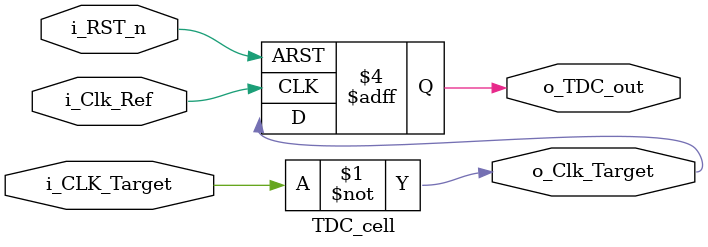
<source format=v>

`timescale 1ps / 100fs

module TDC_48steps_65(
input wire i_CLK_Target,
input wire i_Clk_Ref,
input wire i_RST_n,
output wire [47:0] o_TDC_out
);

/////////////////// Declare wires between cells ///////////////////
wire [47:0]w_Clk_Conn;

TDC_cell U0(
.i_CLK_Target(i_CLK_Target),
.i_Clk_Ref(i_Clk_Ref),
.i_RST_n(i_RST_n),
.o_Clk_Target(w_Clk_Conn[0]),
.o_TDC_out(o_TDC_out[0])
);

TDC_cell U1(
.i_CLK_Target(w_Clk_Conn[0]),
.i_Clk_Ref(i_Clk_Ref),
.i_RST_n(i_RST_n),
.o_Clk_Target(w_Clk_Conn[1]),
.o_TDC_out(o_TDC_out[1])
);

TDC_cell U2(
.i_CLK_Target(w_Clk_Conn[1]),
.i_Clk_Ref(i_Clk_Ref),
.i_RST_n(i_RST_n),
.o_Clk_Target(w_Clk_Conn[2]),
.o_TDC_out(o_TDC_out[2])
);

TDC_cell U3(
.i_CLK_Target(w_Clk_Conn[2]),
.i_Clk_Ref(i_Clk_Ref),
.i_RST_n(i_RST_n),
.o_Clk_Target(w_Clk_Conn[3]),
.o_TDC_out(o_TDC_out[3])
);

TDC_cell U4(
.i_CLK_Target(w_Clk_Conn[3]),
.i_Clk_Ref(i_Clk_Ref),
.i_RST_n(i_RST_n),
.o_Clk_Target(w_Clk_Conn[4]),
.o_TDC_out(o_TDC_out[4])
);

TDC_cell U5(
.i_CLK_Target(w_Clk_Conn[4]),
.i_Clk_Ref(i_Clk_Ref),
.i_RST_n(i_RST_n),
.o_Clk_Target(w_Clk_Conn[5]),
.o_TDC_out(o_TDC_out[5])
);

TDC_cell U6(
.i_CLK_Target(w_Clk_Conn[5]),
.i_Clk_Ref(i_Clk_Ref),
.i_RST_n(i_RST_n),
.o_Clk_Target(w_Clk_Conn[6]),
.o_TDC_out(o_TDC_out[6])
);

TDC_cell U7(
.i_CLK_Target(w_Clk_Conn[6]),
.i_Clk_Ref(i_Clk_Ref),
.i_RST_n(i_RST_n),
.o_Clk_Target(w_Clk_Conn[7]),
.o_TDC_out(o_TDC_out[7])
);

TDC_cell U8(
.i_CLK_Target(w_Clk_Conn[7]),
.i_Clk_Ref(i_Clk_Ref),
.i_RST_n(i_RST_n),
.o_Clk_Target(w_Clk_Conn[8]),
.o_TDC_out(o_TDC_out[8])
);

TDC_cell U9(
.i_CLK_Target(w_Clk_Conn[8]),
.i_Clk_Ref(i_Clk_Ref),
.i_RST_n(i_RST_n),
.o_Clk_Target(w_Clk_Conn[9]),
.o_TDC_out(o_TDC_out[9])
);

TDC_cell U10(
.i_CLK_Target(w_Clk_Conn[9]),
.i_Clk_Ref(i_Clk_Ref),
.i_RST_n(i_RST_n),
.o_Clk_Target(w_Clk_Conn[10]),
.o_TDC_out(o_TDC_out[10])
);

TDC_cell U11(
.i_CLK_Target(w_Clk_Conn[10]),
.i_Clk_Ref(i_Clk_Ref),
.i_RST_n(i_RST_n),
.o_Clk_Target(w_Clk_Conn[11]),
.o_TDC_out(o_TDC_out[11])
);

TDC_cell U12(
.i_CLK_Target(w_Clk_Conn[11]),
.i_Clk_Ref(i_Clk_Ref),
.i_RST_n(i_RST_n),
.o_Clk_Target(w_Clk_Conn[12]),
.o_TDC_out(o_TDC_out[12])
);

TDC_cell U13(
.i_CLK_Target(w_Clk_Conn[12]),
.i_Clk_Ref(i_Clk_Ref),
.i_RST_n(i_RST_n),
.o_Clk_Target(w_Clk_Conn[13]),
.o_TDC_out(o_TDC_out[13])
);

TDC_cell U14(
.i_CLK_Target(w_Clk_Conn[13]),
.i_Clk_Ref(i_Clk_Ref),
.i_RST_n(i_RST_n),
.o_Clk_Target(w_Clk_Conn[14]),
.o_TDC_out(o_TDC_out[14])
);

TDC_cell U15(
.i_CLK_Target(w_Clk_Conn[14]),
.i_Clk_Ref(i_Clk_Ref),
.i_RST_n(i_RST_n),
.o_Clk_Target(w_Clk_Conn[15]),
.o_TDC_out(o_TDC_out[15])
);

TDC_cell U16(
.i_CLK_Target(w_Clk_Conn[15]),
.i_Clk_Ref(i_Clk_Ref),
.i_RST_n(i_RST_n),
.o_Clk_Target(w_Clk_Conn[16]),
.o_TDC_out(o_TDC_out[16])
);

TDC_cell U17(
.i_CLK_Target(w_Clk_Conn[16]),
.i_Clk_Ref(i_Clk_Ref),
.i_RST_n(i_RST_n),
.o_Clk_Target(w_Clk_Conn[17]),
.o_TDC_out(o_TDC_out[17])
);

TDC_cell U18(
.i_CLK_Target(w_Clk_Conn[17]),
.i_Clk_Ref(i_Clk_Ref),
.i_RST_n(i_RST_n),
.o_Clk_Target(w_Clk_Conn[18]),
.o_TDC_out(o_TDC_out[18])
);

TDC_cell U19(
.i_CLK_Target(w_Clk_Conn[18]),
.i_Clk_Ref(i_Clk_Ref),
.i_RST_n(i_RST_n),
.o_Clk_Target(w_Clk_Conn[19]),
.o_TDC_out(o_TDC_out[19])
);

TDC_cell U20(
.i_CLK_Target(w_Clk_Conn[19]),
.i_Clk_Ref(i_Clk_Ref),
.i_RST_n(i_RST_n),
.o_Clk_Target(w_Clk_Conn[20]),
.o_TDC_out(o_TDC_out[20])
);

TDC_cell U21(
.i_CLK_Target(w_Clk_Conn[20]),
.i_Clk_Ref(i_Clk_Ref),
.i_RST_n(i_RST_n),
.o_Clk_Target(w_Clk_Conn[21]),
.o_TDC_out(o_TDC_out[21])
);

TDC_cell U22(
.i_CLK_Target(w_Clk_Conn[21]),
.i_Clk_Ref(i_Clk_Ref),
.i_RST_n(i_RST_n),
.o_Clk_Target(w_Clk_Conn[22]),
.o_TDC_out(o_TDC_out[22])
);

TDC_cell U23(
.i_CLK_Target(w_Clk_Conn[22]),
.i_Clk_Ref(i_Clk_Ref),
.i_RST_n(i_RST_n),
.o_Clk_Target(w_Clk_Conn[23]),
.o_TDC_out(o_TDC_out[23])
);

TDC_cell U24(
.i_CLK_Target(w_Clk_Conn[23]),
.i_Clk_Ref(i_Clk_Ref),
.i_RST_n(i_RST_n),
.o_Clk_Target(w_Clk_Conn[24]),
.o_TDC_out(o_TDC_out[24])
);

TDC_cell U25(
.i_CLK_Target(w_Clk_Conn[24]),
.i_Clk_Ref(i_Clk_Ref),
.i_RST_n(i_RST_n),
.o_Clk_Target(w_Clk_Conn[25]),
.o_TDC_out(o_TDC_out[25])
);

TDC_cell U26(
.i_CLK_Target(w_Clk_Conn[25]),
.i_Clk_Ref(i_Clk_Ref),
.i_RST_n(i_RST_n),
.o_Clk_Target(w_Clk_Conn[26]),
.o_TDC_out(o_TDC_out[26])
);

TDC_cell U27(
.i_CLK_Target(w_Clk_Conn[26]),
.i_Clk_Ref(i_Clk_Ref),
.i_RST_n(i_RST_n),
.o_Clk_Target(w_Clk_Conn[27]),
.o_TDC_out(o_TDC_out[27])
);

TDC_cell U28(
.i_CLK_Target(w_Clk_Conn[27]),
.i_Clk_Ref(i_Clk_Ref),
.i_RST_n(i_RST_n),
.o_Clk_Target(w_Clk_Conn[28]),
.o_TDC_out(o_TDC_out[28])
);

TDC_cell U29(
.i_CLK_Target(w_Clk_Conn[28]),
.i_Clk_Ref(i_Clk_Ref),
.i_RST_n(i_RST_n),
.o_Clk_Target(w_Clk_Conn[29]),
.o_TDC_out(o_TDC_out[29])
);

TDC_cell U30(
.i_CLK_Target(w_Clk_Conn[29]),
.i_Clk_Ref(i_Clk_Ref),
.i_RST_n(i_RST_n),
.o_Clk_Target(w_Clk_Conn[30]),
.o_TDC_out(o_TDC_out[30])
);

TDC_cell U31(
.i_CLK_Target(w_Clk_Conn[30]),
.i_Clk_Ref(i_Clk_Ref),
.i_RST_n(i_RST_n),
.o_Clk_Target(w_Clk_Conn[31]),
.o_TDC_out(o_TDC_out[31])
);

TDC_cell U32(
.i_CLK_Target(w_Clk_Conn[31]),
.i_Clk_Ref(i_Clk_Ref),
.i_RST_n(i_RST_n),
.o_Clk_Target(w_Clk_Conn[32]),
.o_TDC_out(o_TDC_out[32])
);

TDC_cell U33(
.i_CLK_Target(w_Clk_Conn[32]),
.i_Clk_Ref(i_Clk_Ref),
.i_RST_n(i_RST_n),
.o_Clk_Target(w_Clk_Conn[33]),
.o_TDC_out(o_TDC_out[33])
);

TDC_cell U34(
.i_CLK_Target(w_Clk_Conn[33]),
.i_Clk_Ref(i_Clk_Ref),
.i_RST_n(i_RST_n),
.o_Clk_Target(w_Clk_Conn[34]),
.o_TDC_out(o_TDC_out[34])
);

TDC_cell U35(
.i_CLK_Target(w_Clk_Conn[34]),
.i_Clk_Ref(i_Clk_Ref),
.i_RST_n(i_RST_n),
.o_Clk_Target(w_Clk_Conn[35]),
.o_TDC_out(o_TDC_out[35])
);

TDC_cell U36(
.i_CLK_Target(w_Clk_Conn[35]),
.i_Clk_Ref(i_Clk_Ref),
.i_RST_n(i_RST_n),
.o_Clk_Target(w_Clk_Conn[36]),
.o_TDC_out(o_TDC_out[36])
);

TDC_cell U37(
.i_CLK_Target(w_Clk_Conn[36]),
.i_Clk_Ref(i_Clk_Ref),
.i_RST_n(i_RST_n),
.o_Clk_Target(w_Clk_Conn[37]),
.o_TDC_out(o_TDC_out[37])
);

TDC_cell U38(
.i_CLK_Target(w_Clk_Conn[37]),
.i_Clk_Ref(i_Clk_Ref),
.i_RST_n(i_RST_n),
.o_Clk_Target(w_Clk_Conn[38]),
.o_TDC_out(o_TDC_out[38])
);

TDC_cell U39(
.i_CLK_Target(w_Clk_Conn[38]),
.i_Clk_Ref(i_Clk_Ref),
.i_RST_n(i_RST_n),
.o_Clk_Target(w_Clk_Conn[39]),
.o_TDC_out(o_TDC_out[39])
);

TDC_cell U40(
.i_CLK_Target(w_Clk_Conn[39]),
.i_Clk_Ref(i_Clk_Ref),
.i_RST_n(i_RST_n),
.o_Clk_Target(w_Clk_Conn[40]),
.o_TDC_out(o_TDC_out[40])
);

TDC_cell U41(
.i_CLK_Target(w_Clk_Conn[40]),
.i_Clk_Ref(i_Clk_Ref),
.i_RST_n(i_RST_n),
.o_Clk_Target(w_Clk_Conn[41]),
.o_TDC_out(o_TDC_out[41])
);

TDC_cell U42(
.i_CLK_Target(w_Clk_Conn[41]),
.i_Clk_Ref(i_Clk_Ref),
.i_RST_n(i_RST_n),
.o_Clk_Target(w_Clk_Conn[42]),
.o_TDC_out(o_TDC_out[42])
);

TDC_cell U43(
.i_CLK_Target(w_Clk_Conn[42]),
.i_Clk_Ref(i_Clk_Ref),
.i_RST_n(i_RST_n),
.o_Clk_Target(w_Clk_Conn[43]),
.o_TDC_out(o_TDC_out[43])
);

TDC_cell U44(
.i_CLK_Target(w_Clk_Conn[43]),
.i_Clk_Ref(i_Clk_Ref),
.i_RST_n(i_RST_n),
.o_Clk_Target(w_Clk_Conn[44]),
.o_TDC_out(o_TDC_out[44])
);

TDC_cell U45(
.i_CLK_Target(w_Clk_Conn[44]),
.i_Clk_Ref(i_Clk_Ref),
.i_RST_n(i_RST_n),
.o_Clk_Target(w_Clk_Conn[45]),
.o_TDC_out(o_TDC_out[45])
);

TDC_cell U46(
.i_CLK_Target(w_Clk_Conn[45]),
.i_Clk_Ref(i_Clk_Ref),
.i_RST_n(i_RST_n),
.o_Clk_Target(w_Clk_Conn[46]),
.o_TDC_out(o_TDC_out[46])
);

TDC_cell U47(
.i_CLK_Target(w_Clk_Conn[46]),
.i_Clk_Ref(i_Clk_Ref),
.i_RST_n(i_RST_n),
.o_Clk_Target(w_Clk_Conn[47]),
.o_TDC_out(o_TDC_out[47])
);

endmodule

module TDC_cell(
input wire i_CLK_Target,
input wire i_Clk_Ref,
input wire i_RST_n,
output wire o_Clk_Target,
output reg o_TDC_out
); 

assign #200 o_Clk_Target = ~i_CLK_Target;

always @ (posedge i_Clk_Ref or negedge i_RST_n)
begin
    if(!i_RST_n)
        o_TDC_out <= 1'b0;
    else
        o_TDC_out <= o_Clk_Target;
end 

endmodule 


</source>
